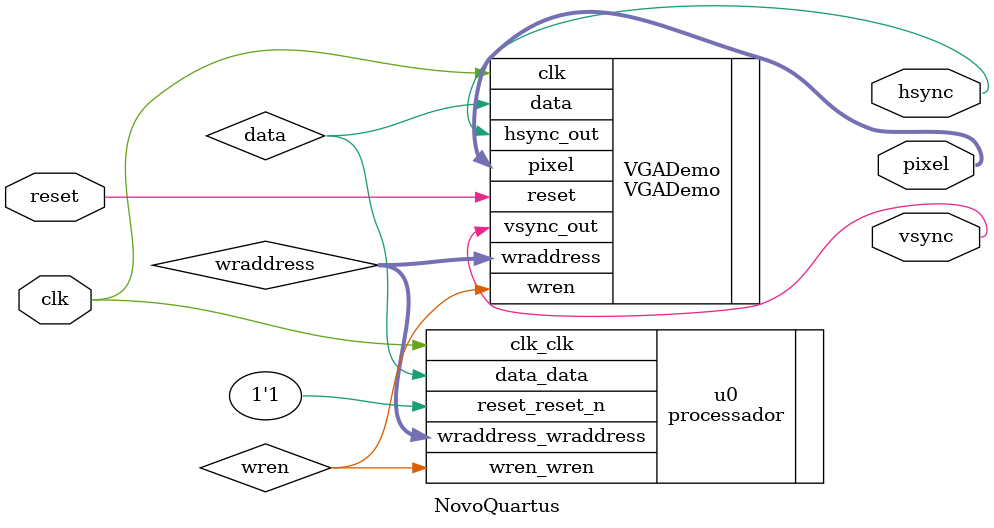
<source format=v>
module NovoQuartus (
    input clk, 
    input reset, 
    output [2:0] pixel, 
    output hsync, 
    output vsync
);

    wire wren, data;
    wire [11:0] wraddress;


    processador u0 (
        .clk_clk         (clk),         //      clk.clk
        .reset_reset_n   (1'b1),   //    reset.reset_n
        .wren_wren           (wren),           //      wren.wren
        .data_data           (data),           //      data.data
        .wraddress_wraddress (wraddress)  // wraddress.wraddress
    );


    VGADemo VGADemo(
        .clk(clk),
        .reset(reset),
        .wren(wren),
        .data(data), 
        .wraddress(wraddress),
        .pixel(pixel),
        .hsync_out(hsync),
        .vsync_out(vsync),
    );
	 

endmodule 

 
</source>
